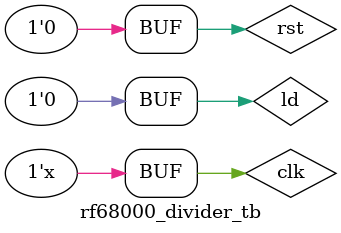
<source format=v>
`timescale 1ns / 1ps
module rf68000_divider(rst, clk, ld, abort, sgn, sgnus, a, b, qo, ro, dvByZr, done, idle);
parameter WID=32;
parameter DIV=3'd3;
parameter IDLE=3'd4;
parameter DONE=3'd5;
input clk;
input rst;
input ld;
input abort;
input sgn;
input sgnus;
input [WID-1:0] a;
input [WID-1:0] b;
output [WID-1:0] qo;
reg [WID-1:0] qo;
output [WID-1:0] ro;
reg [WID-1:0] ro;
output done;
output idle;
output dvByZr;
reg dvByZr;

reg [WID-1:0] aa,bb;
reg so;
reg [2:0] state;
reg [7:0] cnt;
wire cnt_done = cnt==8'd0;
assign done = state==DONE||(state==IDLE && !ld);
assign idle = state==IDLE;
reg ce1;
reg [WID-1:0] q;
reg [WID:0] r;
wire b0 = bb <= r;
wire [WID-1:0] r1 = b0 ? r - bb : r;

initial begin
    q = 32'd0;
    r = 32'd0;
    qo = 32'd0;
    ro = 32'd0;
end

always @(posedge clk)
if (rst) begin
	aa <= {WID{1'b0}};
	bb <= {WID{1'b0}};
	q <= {WID{1'b0}};
	r <= {WID{1'b0}};
	qo <= {WID{1'b0}};
	ro <= {WID{1'b0}};
	cnt <= 8'd0;
	dvByZr <= 1'b0;
	state <= IDLE;
end
else
begin
if (abort)
    cnt <= 8'd00;
else if (!cnt_done)
	cnt <= cnt - 8'd1;

case(state)
IDLE:
	if (ld) begin
		if (sgn) begin
			q <= a[WID-1] ? -a : a;
			bb <= b[WID-1] ? -b : b;
			so <= a[WID-1] ^ b[WID-1];
		end
		else if (sgnus) begin
			q <= a[WID-1] ? -a : a;
            bb <= b;
            so <= a[WID-1];
		end
		else begin
			q <= a;
			bb <= b;
			so <= 1'b0;
			$display("bb=%d", b);
		end
		dvByZr <= b=={WID{1'b0}};
		r <= {WID{1'b0}};
		cnt <= WID+1;
		state <= DIV;
	end
DIV:
	if (!cnt_done) begin
		$display("cnt:%d r1=%h q[63:0]=%h", cnt,r1,q);
		q <= {q[WID-2:0],b0};
		r <= {r1,q[WID-1]};
	end
	else begin
		$display("cnt:%d r1=%h q[63:0]=%h", cnt,r1,q);
		if (sgn|sgnus) begin
			if (so) begin
				qo <= -q;
				ro <= -r[WID:1];
			end
			else begin
				qo <= q;
				ro <= r[WID:1];
			end
		end
		else begin
			qo <= q;
			ro <= r[WID:1];
		end
		state <= DONE;
	end
DONE:
	state <= IDLE;
default: state <= IDLE;
endcase
end

endmodule

module rf68000_divider_tb();
parameter WID=64;
reg rst;
reg clk;
reg ld;
wire done;
wire [WID-1:0] qo,ro;

initial begin
	clk = 1;
	rst = 0;
	#100 rst = 1;
	#100 rst = 0;
	#100 ld = 1;
	#150 ld = 0;
end

always #10 clk = ~clk;	//  50 MHz


rf68000_divider #(WID) u1
(
	.rst(rst),
	.clk(clk),
	.ld(ld),
	.sgn(1'b1),
	.isDivi(1'b0),
	.a(32'd10005),
	.b(32'd27),
	.imm(32'd123),
	.qo(qo),
	.ro(ro),
	.dvByZr(),
	.done(done)
);

endmodule


</source>
